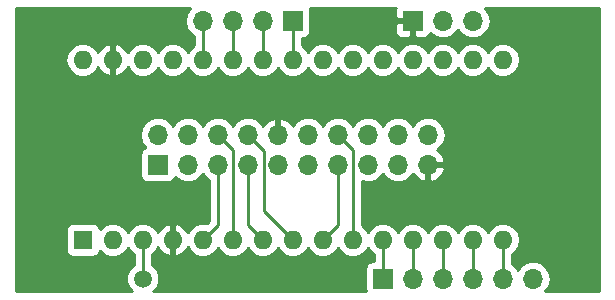
<source format=gbr>
G04 #@! TF.GenerationSoftware,KiCad,Pcbnew,(5.0.2)-1*
G04 #@! TF.CreationDate,2019-02-02T18:03:16-06:00*
G04 #@! TF.ProjectId,CE-Header-Arduino-Nano,43452d48-6561-4646-9572-2d4172647569,1.0*
G04 #@! TF.SameCoordinates,Original*
G04 #@! TF.FileFunction,Copper,L1,Top*
G04 #@! TF.FilePolarity,Positive*
%FSLAX46Y46*%
G04 Gerber Fmt 4.6, Leading zero omitted, Abs format (unit mm)*
G04 Created by KiCad (PCBNEW (5.0.2)-1) date 2/2/2019 6:03:16 PM*
%MOMM*%
%LPD*%
G01*
G04 APERTURE LIST*
G04 #@! TA.AperFunction,ComponentPad*
%ADD10R,1.600000X1.600000*%
G04 #@! TD*
G04 #@! TA.AperFunction,ComponentPad*
%ADD11O,1.600000X1.600000*%
G04 #@! TD*
G04 #@! TA.AperFunction,BGAPad,CuDef*
%ADD12C,1.500000*%
G04 #@! TD*
G04 #@! TA.AperFunction,ComponentPad*
%ADD13R,1.700000X1.700000*%
G04 #@! TD*
G04 #@! TA.AperFunction,ComponentPad*
%ADD14O,1.700000X1.700000*%
G04 #@! TD*
G04 #@! TA.AperFunction,Conductor*
%ADD15C,0.250000*%
G04 #@! TD*
G04 #@! TA.AperFunction,Conductor*
%ADD16C,0.254000*%
G04 #@! TD*
G04 APERTURE END LIST*
D10*
G04 #@! TO.P,A1,1*
G04 #@! TO.N,/GPIO_D1*
X82550000Y-71120000D03*
D11*
G04 #@! TO.P,A1,17*
G04 #@! TO.N,Net-(A1-Pad17)*
X115570000Y-55880000D03*
G04 #@! TO.P,A1,2*
G04 #@! TO.N,/GPIO_D0*
X85090000Y-71120000D03*
G04 #@! TO.P,A1,18*
G04 #@! TO.N,/PWR_IO*
X113030000Y-55880000D03*
G04 #@! TO.P,A1,3*
G04 #@! TO.N,Net-(A1-Pad3)*
X87630000Y-71120000D03*
G04 #@! TO.P,A1,19*
G04 #@! TO.N,/GPIO_A0*
X110490000Y-55880000D03*
G04 #@! TO.P,A1,4*
G04 #@! TO.N,GND*
X90170000Y-71120000D03*
G04 #@! TO.P,A1,20*
G04 #@! TO.N,/GPIO_A1*
X107950000Y-55880000D03*
G04 #@! TO.P,A1,5*
G04 #@! TO.N,/GPIO_D2*
X92710000Y-71120000D03*
G04 #@! TO.P,A1,21*
G04 #@! TO.N,/GPIO_A2*
X105410000Y-55880000D03*
G04 #@! TO.P,A1,6*
G04 #@! TO.N,/GPIO_D3*
X95250000Y-71120000D03*
G04 #@! TO.P,A1,22*
G04 #@! TO.N,/GPIO_A3*
X102870000Y-55880000D03*
G04 #@! TO.P,A1,7*
G04 #@! TO.N,/GPIO_D4*
X97790000Y-71120000D03*
G04 #@! TO.P,A1,23*
G04 #@! TO.N,Net-(A1-Pad23)*
X100330000Y-55880000D03*
G04 #@! TO.P,A1,8*
G04 #@! TO.N,/GPIO_D5*
X100330000Y-71120000D03*
G04 #@! TO.P,A1,24*
G04 #@! TO.N,Net-(A1-Pad24)*
X97790000Y-55880000D03*
G04 #@! TO.P,A1,9*
G04 #@! TO.N,/GPIO_D6*
X102870000Y-71120000D03*
G04 #@! TO.P,A1,25*
G04 #@! TO.N,Net-(A1-Pad25)*
X95250000Y-55880000D03*
G04 #@! TO.P,A1,10*
G04 #@! TO.N,/GPIO_D7*
X105410000Y-71120000D03*
G04 #@! TO.P,A1,26*
G04 #@! TO.N,Net-(A1-Pad26)*
X92710000Y-55880000D03*
G04 #@! TO.P,A1,11*
G04 #@! TO.N,Net-(A1-Pad11)*
X107950000Y-71120000D03*
G04 #@! TO.P,A1,27*
G04 #@! TO.N,Net-(A1-Pad27)*
X90170000Y-55880000D03*
G04 #@! TO.P,A1,12*
G04 #@! TO.N,Net-(A1-Pad12)*
X110490000Y-71120000D03*
G04 #@! TO.P,A1,28*
G04 #@! TO.N,N/C*
X87630000Y-55880000D03*
G04 #@! TO.P,A1,13*
G04 #@! TO.N,Net-(A1-Pad13)*
X113030000Y-71120000D03*
G04 #@! TO.P,A1,29*
G04 #@! TO.N,GND*
X85090000Y-55880000D03*
G04 #@! TO.P,A1,14*
G04 #@! TO.N,Net-(A1-Pad14)*
X115570000Y-71120000D03*
G04 #@! TO.P,A1,30*
G04 #@! TO.N,/PWR_CORE*
X82550000Y-55880000D03*
G04 #@! TO.P,A1,15*
G04 #@! TO.N,Net-(A1-Pad15)*
X118110000Y-71120000D03*
G04 #@! TO.P,A1,16*
G04 #@! TO.N,Net-(A1-Pad16)*
X118110000Y-55880000D03*
G04 #@! TD*
D12*
G04 #@! TO.P,TP3,1*
G04 #@! TO.N,Net-(A1-Pad3)*
X87630000Y-74422000D03*
G04 #@! TD*
D13*
G04 #@! TO.P,J1,1*
G04 #@! TO.N,/PWR_IO*
X88900000Y-64770000D03*
D14*
G04 #@! TO.P,J1,2*
G04 #@! TO.N,N/C*
X88900000Y-62230000D03*
G04 #@! TO.P,J1,3*
G04 #@! TO.N,/GPIO_D0*
X91440000Y-64770000D03*
G04 #@! TO.P,J1,4*
G04 #@! TO.N,/GPIO_D1*
X91440000Y-62230000D03*
G04 #@! TO.P,J1,5*
G04 #@! TO.N,/GPIO_D2*
X93980000Y-64770000D03*
G04 #@! TO.P,J1,6*
G04 #@! TO.N,/GPIO_D3*
X93980000Y-62230000D03*
G04 #@! TO.P,J1,7*
G04 #@! TO.N,/GPIO_D4*
X96520000Y-64770000D03*
G04 #@! TO.P,J1,8*
G04 #@! TO.N,/GPIO_D5*
X96520000Y-62230000D03*
G04 #@! TO.P,J1,9*
G04 #@! TO.N,N/C*
X99060000Y-64770000D03*
G04 #@! TO.P,J1,10*
G04 #@! TO.N,GND*
X99060000Y-62230000D03*
G04 #@! TO.P,J1,11*
G04 #@! TO.N,N/C*
X101600000Y-64770000D03*
G04 #@! TO.P,J1,12*
G04 #@! TO.N,/PWR_CORE*
X101600000Y-62230000D03*
G04 #@! TO.P,J1,13*
G04 #@! TO.N,/GPIO_D6*
X104140000Y-64770000D03*
G04 #@! TO.P,J1,14*
G04 #@! TO.N,/GPIO_D7*
X104140000Y-62230000D03*
G04 #@! TO.P,J1,15*
G04 #@! TO.N,/GPIO_A0*
X106680000Y-64770000D03*
G04 #@! TO.P,J1,16*
G04 #@! TO.N,/GPIO_A1*
X106680000Y-62230000D03*
G04 #@! TO.P,J1,17*
G04 #@! TO.N,/GPIO_A2*
X109220000Y-64770000D03*
G04 #@! TO.P,J1,18*
G04 #@! TO.N,/GPIO_A3*
X109220000Y-62230000D03*
G04 #@! TO.P,J1,19*
G04 #@! TO.N,GND*
X111760000Y-64770000D03*
G04 #@! TO.P,J1,20*
G04 #@! TO.N,N/C*
X111760000Y-62230000D03*
G04 #@! TD*
D13*
G04 #@! TO.P,J2,1*
G04 #@! TO.N,GND*
X110490000Y-52578000D03*
D14*
G04 #@! TO.P,J2,2*
G04 #@! TO.N,Net-(A1-Pad27)*
X113030000Y-52578000D03*
G04 #@! TO.P,J2,3*
G04 #@! TO.N,Net-(A1-Pad17)*
X115570000Y-52578000D03*
G04 #@! TD*
D13*
G04 #@! TO.P,J3,1*
G04 #@! TO.N,Net-(A1-Pad11)*
X107950000Y-74422000D03*
D14*
G04 #@! TO.P,J3,2*
G04 #@! TO.N,Net-(A1-Pad12)*
X110490000Y-74422000D03*
G04 #@! TO.P,J3,3*
G04 #@! TO.N,Net-(A1-Pad13)*
X113030000Y-74422000D03*
G04 #@! TO.P,J3,4*
G04 #@! TO.N,Net-(A1-Pad14)*
X115570000Y-74422000D03*
G04 #@! TO.P,J3,5*
G04 #@! TO.N,Net-(A1-Pad15)*
X118110000Y-74422000D03*
G04 #@! TO.P,J3,6*
G04 #@! TO.N,Net-(A1-Pad16)*
X120650000Y-74422000D03*
G04 #@! TD*
D13*
G04 #@! TO.P,J4,1*
G04 #@! TO.N,Net-(A1-Pad23)*
X100330000Y-52578000D03*
D14*
G04 #@! TO.P,J4,2*
G04 #@! TO.N,Net-(A1-Pad24)*
X97790000Y-52578000D03*
G04 #@! TO.P,J4,3*
G04 #@! TO.N,Net-(A1-Pad25)*
X95250000Y-52578000D03*
G04 #@! TO.P,J4,4*
G04 #@! TO.N,Net-(A1-Pad26)*
X92710000Y-52578000D03*
G04 #@! TD*
D15*
G04 #@! TO.N,Net-(A1-Pad3)*
X87630000Y-71120000D02*
X87630000Y-74422000D01*
G04 #@! TO.N,/GPIO_D2*
X93980000Y-69850000D02*
X92710000Y-71120000D01*
X93980000Y-64770000D02*
X93980000Y-69850000D01*
G04 #@! TO.N,/GPIO_D3*
X95250000Y-63500000D02*
X95250000Y-71120000D01*
X93980000Y-62230000D02*
X95250000Y-63500000D01*
G04 #@! TO.N,/GPIO_D4*
X96520000Y-69850000D02*
X97790000Y-71120000D01*
X96520000Y-64770000D02*
X96520000Y-69850000D01*
G04 #@! TO.N,Net-(A1-Pad23)*
X100330000Y-52578000D02*
X100330000Y-55880000D01*
G04 #@! TO.N,/GPIO_D5*
X99530001Y-70320001D02*
X100330000Y-71120000D01*
X97884999Y-68674999D02*
X99530001Y-70320001D01*
X97884999Y-63594999D02*
X97884999Y-68674999D01*
X96520000Y-62230000D02*
X97884999Y-63594999D01*
G04 #@! TO.N,Net-(A1-Pad24)*
X97790000Y-52578000D02*
X97790000Y-55880000D01*
G04 #@! TO.N,/GPIO_D6*
X104140000Y-69850000D02*
X102870000Y-71120000D01*
X104140000Y-64770000D02*
X104140000Y-69850000D01*
G04 #@! TO.N,Net-(A1-Pad25)*
X95250000Y-52578000D02*
X95250000Y-55880000D01*
G04 #@! TO.N,/GPIO_D7*
X105410000Y-63500000D02*
X105410000Y-71120000D01*
X104140000Y-62230000D02*
X105410000Y-63500000D01*
G04 #@! TO.N,Net-(A1-Pad26)*
X92710000Y-52578000D02*
X92710000Y-55880000D01*
G04 #@! TO.N,Net-(A1-Pad11)*
X107950000Y-72251370D02*
X107950000Y-74422000D01*
X107950000Y-71120000D02*
X107950000Y-72251370D01*
G04 #@! TO.N,Net-(A1-Pad12)*
X110490000Y-72251370D02*
X110490000Y-74422000D01*
X110490000Y-71120000D02*
X110490000Y-72251370D01*
G04 #@! TO.N,Net-(A1-Pad13)*
X113030000Y-72251370D02*
X113030000Y-74422000D01*
X113030000Y-71120000D02*
X113030000Y-72251370D01*
G04 #@! TO.N,Net-(A1-Pad14)*
X115570000Y-72251370D02*
X115570000Y-74422000D01*
X115570000Y-71120000D02*
X115570000Y-72251370D01*
G04 #@! TO.N,Net-(A1-Pad15)*
X118110000Y-72251370D02*
X118110000Y-74422000D01*
X118110000Y-71120000D02*
X118110000Y-72251370D01*
G04 #@! TD*
D16*
G04 #@! TO.N,GND*
G36*
X91311161Y-51998582D02*
X91195908Y-52578000D01*
X91311161Y-53157418D01*
X91639375Y-53648625D01*
X91950000Y-53856178D01*
X91950001Y-54661956D01*
X91675423Y-54845423D01*
X91440000Y-55197758D01*
X91204577Y-54845423D01*
X90729909Y-54528260D01*
X90311333Y-54445000D01*
X90028667Y-54445000D01*
X89610091Y-54528260D01*
X89135423Y-54845423D01*
X88900000Y-55197758D01*
X88664577Y-54845423D01*
X88189909Y-54528260D01*
X87771333Y-54445000D01*
X87488667Y-54445000D01*
X87070091Y-54528260D01*
X86595423Y-54845423D01*
X86339053Y-55229108D01*
X86242389Y-55024866D01*
X85827423Y-54648959D01*
X85439039Y-54488096D01*
X85217000Y-54610085D01*
X85217000Y-55753000D01*
X85237000Y-55753000D01*
X85237000Y-56007000D01*
X85217000Y-56007000D01*
X85217000Y-57149915D01*
X85439039Y-57271904D01*
X85827423Y-57111041D01*
X86242389Y-56735134D01*
X86339053Y-56530892D01*
X86595423Y-56914577D01*
X87070091Y-57231740D01*
X87488667Y-57315000D01*
X87771333Y-57315000D01*
X88189909Y-57231740D01*
X88664577Y-56914577D01*
X88900000Y-56562242D01*
X89135423Y-56914577D01*
X89610091Y-57231740D01*
X90028667Y-57315000D01*
X90311333Y-57315000D01*
X90729909Y-57231740D01*
X91204577Y-56914577D01*
X91440000Y-56562242D01*
X91675423Y-56914577D01*
X92150091Y-57231740D01*
X92568667Y-57315000D01*
X92851333Y-57315000D01*
X93269909Y-57231740D01*
X93744577Y-56914577D01*
X93980000Y-56562242D01*
X94215423Y-56914577D01*
X94690091Y-57231740D01*
X95108667Y-57315000D01*
X95391333Y-57315000D01*
X95809909Y-57231740D01*
X96284577Y-56914577D01*
X96520000Y-56562242D01*
X96755423Y-56914577D01*
X97230091Y-57231740D01*
X97648667Y-57315000D01*
X97931333Y-57315000D01*
X98349909Y-57231740D01*
X98824577Y-56914577D01*
X99060000Y-56562242D01*
X99295423Y-56914577D01*
X99770091Y-57231740D01*
X100188667Y-57315000D01*
X100471333Y-57315000D01*
X100889909Y-57231740D01*
X101364577Y-56914577D01*
X101600000Y-56562242D01*
X101835423Y-56914577D01*
X102310091Y-57231740D01*
X102728667Y-57315000D01*
X103011333Y-57315000D01*
X103429909Y-57231740D01*
X103904577Y-56914577D01*
X104140000Y-56562242D01*
X104375423Y-56914577D01*
X104850091Y-57231740D01*
X105268667Y-57315000D01*
X105551333Y-57315000D01*
X105969909Y-57231740D01*
X106444577Y-56914577D01*
X106680000Y-56562242D01*
X106915423Y-56914577D01*
X107390091Y-57231740D01*
X107808667Y-57315000D01*
X108091333Y-57315000D01*
X108509909Y-57231740D01*
X108984577Y-56914577D01*
X109220000Y-56562242D01*
X109455423Y-56914577D01*
X109930091Y-57231740D01*
X110348667Y-57315000D01*
X110631333Y-57315000D01*
X111049909Y-57231740D01*
X111524577Y-56914577D01*
X111760000Y-56562242D01*
X111995423Y-56914577D01*
X112470091Y-57231740D01*
X112888667Y-57315000D01*
X113171333Y-57315000D01*
X113589909Y-57231740D01*
X114064577Y-56914577D01*
X114300000Y-56562242D01*
X114535423Y-56914577D01*
X115010091Y-57231740D01*
X115428667Y-57315000D01*
X115711333Y-57315000D01*
X116129909Y-57231740D01*
X116604577Y-56914577D01*
X116840000Y-56562242D01*
X117075423Y-56914577D01*
X117550091Y-57231740D01*
X117968667Y-57315000D01*
X118251333Y-57315000D01*
X118669909Y-57231740D01*
X119144577Y-56914577D01*
X119461740Y-56439909D01*
X119573113Y-55880000D01*
X119461740Y-55320091D01*
X119144577Y-54845423D01*
X118669909Y-54528260D01*
X118251333Y-54445000D01*
X117968667Y-54445000D01*
X117550091Y-54528260D01*
X117075423Y-54845423D01*
X116840000Y-55197758D01*
X116604577Y-54845423D01*
X116129909Y-54528260D01*
X115711333Y-54445000D01*
X115428667Y-54445000D01*
X115010091Y-54528260D01*
X114535423Y-54845423D01*
X114300000Y-55197758D01*
X114064577Y-54845423D01*
X113589909Y-54528260D01*
X113171333Y-54445000D01*
X112888667Y-54445000D01*
X112470091Y-54528260D01*
X111995423Y-54845423D01*
X111760000Y-55197758D01*
X111524577Y-54845423D01*
X111049909Y-54528260D01*
X110631333Y-54445000D01*
X110348667Y-54445000D01*
X109930091Y-54528260D01*
X109455423Y-54845423D01*
X109220000Y-55197758D01*
X108984577Y-54845423D01*
X108509909Y-54528260D01*
X108091333Y-54445000D01*
X107808667Y-54445000D01*
X107390091Y-54528260D01*
X106915423Y-54845423D01*
X106680000Y-55197758D01*
X106444577Y-54845423D01*
X105969909Y-54528260D01*
X105551333Y-54445000D01*
X105268667Y-54445000D01*
X104850091Y-54528260D01*
X104375423Y-54845423D01*
X104140000Y-55197758D01*
X103904577Y-54845423D01*
X103429909Y-54528260D01*
X103011333Y-54445000D01*
X102728667Y-54445000D01*
X102310091Y-54528260D01*
X101835423Y-54845423D01*
X101600000Y-55197758D01*
X101364577Y-54845423D01*
X101090000Y-54661957D01*
X101090000Y-54075440D01*
X101180000Y-54075440D01*
X101427765Y-54026157D01*
X101637809Y-53885809D01*
X101778157Y-53675765D01*
X101827440Y-53428000D01*
X101827440Y-52863750D01*
X109005000Y-52863750D01*
X109005000Y-53554309D01*
X109101673Y-53787698D01*
X109280301Y-53966327D01*
X109513690Y-54063000D01*
X110204250Y-54063000D01*
X110363000Y-53904250D01*
X110363000Y-52705000D01*
X109163750Y-52705000D01*
X109005000Y-52863750D01*
X101827440Y-52863750D01*
X101827440Y-51728000D01*
X101784078Y-51510000D01*
X109042980Y-51510000D01*
X109005000Y-51601691D01*
X109005000Y-52292250D01*
X109163750Y-52451000D01*
X110363000Y-52451000D01*
X110363000Y-52431000D01*
X110617000Y-52431000D01*
X110617000Y-52451000D01*
X110637000Y-52451000D01*
X110637000Y-52705000D01*
X110617000Y-52705000D01*
X110617000Y-53904250D01*
X110775750Y-54063000D01*
X111466310Y-54063000D01*
X111699699Y-53966327D01*
X111878327Y-53787698D01*
X111944904Y-53626967D01*
X111959375Y-53648625D01*
X112450582Y-53976839D01*
X112883744Y-54063000D01*
X113176256Y-54063000D01*
X113609418Y-53976839D01*
X114100625Y-53648625D01*
X114300000Y-53350239D01*
X114499375Y-53648625D01*
X114990582Y-53976839D01*
X115423744Y-54063000D01*
X115716256Y-54063000D01*
X116149418Y-53976839D01*
X116640625Y-53648625D01*
X116968839Y-53157418D01*
X117084092Y-52578000D01*
X116968839Y-51998582D01*
X116642379Y-51510000D01*
X126290000Y-51510000D01*
X126290001Y-75490000D01*
X121722379Y-75490000D01*
X122048839Y-75001418D01*
X122164092Y-74422000D01*
X122048839Y-73842582D01*
X121720625Y-73351375D01*
X121229418Y-73023161D01*
X120796256Y-72937000D01*
X120503744Y-72937000D01*
X120070582Y-73023161D01*
X119579375Y-73351375D01*
X119380000Y-73649761D01*
X119180625Y-73351375D01*
X118870000Y-73143822D01*
X118870000Y-72338043D01*
X119144577Y-72154577D01*
X119461740Y-71679909D01*
X119573113Y-71120000D01*
X119461740Y-70560091D01*
X119144577Y-70085423D01*
X118669909Y-69768260D01*
X118251333Y-69685000D01*
X117968667Y-69685000D01*
X117550091Y-69768260D01*
X117075423Y-70085423D01*
X116840000Y-70437758D01*
X116604577Y-70085423D01*
X116129909Y-69768260D01*
X115711333Y-69685000D01*
X115428667Y-69685000D01*
X115010091Y-69768260D01*
X114535423Y-70085423D01*
X114300000Y-70437758D01*
X114064577Y-70085423D01*
X113589909Y-69768260D01*
X113171333Y-69685000D01*
X112888667Y-69685000D01*
X112470091Y-69768260D01*
X111995423Y-70085423D01*
X111760000Y-70437758D01*
X111524577Y-70085423D01*
X111049909Y-69768260D01*
X110631333Y-69685000D01*
X110348667Y-69685000D01*
X109930091Y-69768260D01*
X109455423Y-70085423D01*
X109220000Y-70437758D01*
X108984577Y-70085423D01*
X108509909Y-69768260D01*
X108091333Y-69685000D01*
X107808667Y-69685000D01*
X107390091Y-69768260D01*
X106915423Y-70085423D01*
X106680000Y-70437758D01*
X106444577Y-70085423D01*
X106170000Y-69901957D01*
X106170000Y-66182647D01*
X106533744Y-66255000D01*
X106826256Y-66255000D01*
X107259418Y-66168839D01*
X107750625Y-65840625D01*
X107950000Y-65542239D01*
X108149375Y-65840625D01*
X108640582Y-66168839D01*
X109073744Y-66255000D01*
X109366256Y-66255000D01*
X109799418Y-66168839D01*
X110290625Y-65840625D01*
X110503843Y-65521522D01*
X110564817Y-65651358D01*
X110993076Y-66041645D01*
X111403110Y-66211476D01*
X111633000Y-66090155D01*
X111633000Y-64897000D01*
X111887000Y-64897000D01*
X111887000Y-66090155D01*
X112116890Y-66211476D01*
X112526924Y-66041645D01*
X112955183Y-65651358D01*
X113201486Y-65126892D01*
X113080819Y-64897000D01*
X111887000Y-64897000D01*
X111633000Y-64897000D01*
X111613000Y-64897000D01*
X111613000Y-64643000D01*
X111633000Y-64643000D01*
X111633000Y-64623000D01*
X111887000Y-64623000D01*
X111887000Y-64643000D01*
X113080819Y-64643000D01*
X113201486Y-64413108D01*
X112955183Y-63888642D01*
X112530214Y-63501353D01*
X112830625Y-63300625D01*
X113158839Y-62809418D01*
X113274092Y-62230000D01*
X113158839Y-61650582D01*
X112830625Y-61159375D01*
X112339418Y-60831161D01*
X111906256Y-60745000D01*
X111613744Y-60745000D01*
X111180582Y-60831161D01*
X110689375Y-61159375D01*
X110490000Y-61457761D01*
X110290625Y-61159375D01*
X109799418Y-60831161D01*
X109366256Y-60745000D01*
X109073744Y-60745000D01*
X108640582Y-60831161D01*
X108149375Y-61159375D01*
X107950000Y-61457761D01*
X107750625Y-61159375D01*
X107259418Y-60831161D01*
X106826256Y-60745000D01*
X106533744Y-60745000D01*
X106100582Y-60831161D01*
X105609375Y-61159375D01*
X105410000Y-61457761D01*
X105210625Y-61159375D01*
X104719418Y-60831161D01*
X104286256Y-60745000D01*
X103993744Y-60745000D01*
X103560582Y-60831161D01*
X103069375Y-61159375D01*
X102870000Y-61457761D01*
X102670625Y-61159375D01*
X102179418Y-60831161D01*
X101746256Y-60745000D01*
X101453744Y-60745000D01*
X101020582Y-60831161D01*
X100529375Y-61159375D01*
X100316157Y-61478478D01*
X100255183Y-61348642D01*
X99826924Y-60958355D01*
X99416890Y-60788524D01*
X99187000Y-60909845D01*
X99187000Y-62103000D01*
X99207000Y-62103000D01*
X99207000Y-62357000D01*
X99187000Y-62357000D01*
X99187000Y-62377000D01*
X98933000Y-62377000D01*
X98933000Y-62357000D01*
X98913000Y-62357000D01*
X98913000Y-62103000D01*
X98933000Y-62103000D01*
X98933000Y-60909845D01*
X98703110Y-60788524D01*
X98293076Y-60958355D01*
X97864817Y-61348642D01*
X97803843Y-61478478D01*
X97590625Y-61159375D01*
X97099418Y-60831161D01*
X96666256Y-60745000D01*
X96373744Y-60745000D01*
X95940582Y-60831161D01*
X95449375Y-61159375D01*
X95250000Y-61457761D01*
X95050625Y-61159375D01*
X94559418Y-60831161D01*
X94126256Y-60745000D01*
X93833744Y-60745000D01*
X93400582Y-60831161D01*
X92909375Y-61159375D01*
X92710000Y-61457761D01*
X92510625Y-61159375D01*
X92019418Y-60831161D01*
X91586256Y-60745000D01*
X91293744Y-60745000D01*
X90860582Y-60831161D01*
X90369375Y-61159375D01*
X90170000Y-61457761D01*
X89970625Y-61159375D01*
X89479418Y-60831161D01*
X89046256Y-60745000D01*
X88753744Y-60745000D01*
X88320582Y-60831161D01*
X87829375Y-61159375D01*
X87501161Y-61650582D01*
X87385908Y-62230000D01*
X87501161Y-62809418D01*
X87829375Y-63300625D01*
X87847619Y-63312816D01*
X87802235Y-63321843D01*
X87592191Y-63462191D01*
X87451843Y-63672235D01*
X87402560Y-63920000D01*
X87402560Y-65620000D01*
X87451843Y-65867765D01*
X87592191Y-66077809D01*
X87802235Y-66218157D01*
X88050000Y-66267440D01*
X89750000Y-66267440D01*
X89997765Y-66218157D01*
X90207809Y-66077809D01*
X90348157Y-65867765D01*
X90357184Y-65822381D01*
X90369375Y-65840625D01*
X90860582Y-66168839D01*
X91293744Y-66255000D01*
X91586256Y-66255000D01*
X92019418Y-66168839D01*
X92510625Y-65840625D01*
X92710000Y-65542239D01*
X92909375Y-65840625D01*
X93220000Y-66048178D01*
X93220001Y-69535197D01*
X93033886Y-69721312D01*
X92851333Y-69685000D01*
X92568667Y-69685000D01*
X92150091Y-69768260D01*
X91675423Y-70085423D01*
X91419053Y-70469108D01*
X91322389Y-70264866D01*
X90907423Y-69888959D01*
X90519039Y-69728096D01*
X90297000Y-69850085D01*
X90297000Y-70993000D01*
X90317000Y-70993000D01*
X90317000Y-71247000D01*
X90297000Y-71247000D01*
X90297000Y-72389915D01*
X90519039Y-72511904D01*
X90907423Y-72351041D01*
X91322389Y-71975134D01*
X91419053Y-71770892D01*
X91675423Y-72154577D01*
X92150091Y-72471740D01*
X92568667Y-72555000D01*
X92851333Y-72555000D01*
X93269909Y-72471740D01*
X93744577Y-72154577D01*
X93980000Y-71802242D01*
X94215423Y-72154577D01*
X94690091Y-72471740D01*
X95108667Y-72555000D01*
X95391333Y-72555000D01*
X95809909Y-72471740D01*
X96284577Y-72154577D01*
X96520000Y-71802242D01*
X96755423Y-72154577D01*
X97230091Y-72471740D01*
X97648667Y-72555000D01*
X97931333Y-72555000D01*
X98349909Y-72471740D01*
X98824577Y-72154577D01*
X99060000Y-71802242D01*
X99295423Y-72154577D01*
X99770091Y-72471740D01*
X100188667Y-72555000D01*
X100471333Y-72555000D01*
X100889909Y-72471740D01*
X101364577Y-72154577D01*
X101600000Y-71802242D01*
X101835423Y-72154577D01*
X102310091Y-72471740D01*
X102728667Y-72555000D01*
X103011333Y-72555000D01*
X103429909Y-72471740D01*
X103904577Y-72154577D01*
X104140000Y-71802242D01*
X104375423Y-72154577D01*
X104850091Y-72471740D01*
X105268667Y-72555000D01*
X105551333Y-72555000D01*
X105969909Y-72471740D01*
X106444577Y-72154577D01*
X106680000Y-71802242D01*
X106915423Y-72154577D01*
X107190000Y-72338044D01*
X107190000Y-72924560D01*
X107100000Y-72924560D01*
X106852235Y-72973843D01*
X106642191Y-73114191D01*
X106501843Y-73324235D01*
X106452560Y-73572000D01*
X106452560Y-75272000D01*
X106495922Y-75490000D01*
X88520687Y-75490000D01*
X88804147Y-75206540D01*
X89015000Y-74697494D01*
X89015000Y-74146506D01*
X88804147Y-73637460D01*
X88414540Y-73247853D01*
X88390000Y-73237688D01*
X88390000Y-72338043D01*
X88664577Y-72154577D01*
X88920947Y-71770892D01*
X89017611Y-71975134D01*
X89432577Y-72351041D01*
X89820961Y-72511904D01*
X90043000Y-72389915D01*
X90043000Y-71247000D01*
X90023000Y-71247000D01*
X90023000Y-70993000D01*
X90043000Y-70993000D01*
X90043000Y-69850085D01*
X89820961Y-69728096D01*
X89432577Y-69888959D01*
X89017611Y-70264866D01*
X88920947Y-70469108D01*
X88664577Y-70085423D01*
X88189909Y-69768260D01*
X87771333Y-69685000D01*
X87488667Y-69685000D01*
X87070091Y-69768260D01*
X86595423Y-70085423D01*
X86360000Y-70437758D01*
X86124577Y-70085423D01*
X85649909Y-69768260D01*
X85231333Y-69685000D01*
X84948667Y-69685000D01*
X84530091Y-69768260D01*
X84055423Y-70085423D01*
X83974785Y-70206106D01*
X83948157Y-70072235D01*
X83807809Y-69862191D01*
X83597765Y-69721843D01*
X83350000Y-69672560D01*
X81750000Y-69672560D01*
X81502235Y-69721843D01*
X81292191Y-69862191D01*
X81151843Y-70072235D01*
X81102560Y-70320000D01*
X81102560Y-71920000D01*
X81151843Y-72167765D01*
X81292191Y-72377809D01*
X81502235Y-72518157D01*
X81750000Y-72567440D01*
X83350000Y-72567440D01*
X83597765Y-72518157D01*
X83807809Y-72377809D01*
X83948157Y-72167765D01*
X83974785Y-72033894D01*
X84055423Y-72154577D01*
X84530091Y-72471740D01*
X84948667Y-72555000D01*
X85231333Y-72555000D01*
X85649909Y-72471740D01*
X86124577Y-72154577D01*
X86360000Y-71802242D01*
X86595423Y-72154577D01*
X86870000Y-72338044D01*
X86870001Y-73237688D01*
X86845460Y-73247853D01*
X86455853Y-73637460D01*
X86245000Y-74146506D01*
X86245000Y-74697494D01*
X86455853Y-75206540D01*
X86739313Y-75490000D01*
X76910000Y-75490000D01*
X76910000Y-55880000D01*
X81086887Y-55880000D01*
X81198260Y-56439909D01*
X81515423Y-56914577D01*
X81990091Y-57231740D01*
X82408667Y-57315000D01*
X82691333Y-57315000D01*
X83109909Y-57231740D01*
X83584577Y-56914577D01*
X83840947Y-56530892D01*
X83937611Y-56735134D01*
X84352577Y-57111041D01*
X84740961Y-57271904D01*
X84963000Y-57149915D01*
X84963000Y-56007000D01*
X84943000Y-56007000D01*
X84943000Y-55753000D01*
X84963000Y-55753000D01*
X84963000Y-54610085D01*
X84740961Y-54488096D01*
X84352577Y-54648959D01*
X83937611Y-55024866D01*
X83840947Y-55229108D01*
X83584577Y-54845423D01*
X83109909Y-54528260D01*
X82691333Y-54445000D01*
X82408667Y-54445000D01*
X81990091Y-54528260D01*
X81515423Y-54845423D01*
X81198260Y-55320091D01*
X81086887Y-55880000D01*
X76910000Y-55880000D01*
X76910000Y-51510000D01*
X91637621Y-51510000D01*
X91311161Y-51998582D01*
X91311161Y-51998582D01*
G37*
X91311161Y-51998582D02*
X91195908Y-52578000D01*
X91311161Y-53157418D01*
X91639375Y-53648625D01*
X91950000Y-53856178D01*
X91950001Y-54661956D01*
X91675423Y-54845423D01*
X91440000Y-55197758D01*
X91204577Y-54845423D01*
X90729909Y-54528260D01*
X90311333Y-54445000D01*
X90028667Y-54445000D01*
X89610091Y-54528260D01*
X89135423Y-54845423D01*
X88900000Y-55197758D01*
X88664577Y-54845423D01*
X88189909Y-54528260D01*
X87771333Y-54445000D01*
X87488667Y-54445000D01*
X87070091Y-54528260D01*
X86595423Y-54845423D01*
X86339053Y-55229108D01*
X86242389Y-55024866D01*
X85827423Y-54648959D01*
X85439039Y-54488096D01*
X85217000Y-54610085D01*
X85217000Y-55753000D01*
X85237000Y-55753000D01*
X85237000Y-56007000D01*
X85217000Y-56007000D01*
X85217000Y-57149915D01*
X85439039Y-57271904D01*
X85827423Y-57111041D01*
X86242389Y-56735134D01*
X86339053Y-56530892D01*
X86595423Y-56914577D01*
X87070091Y-57231740D01*
X87488667Y-57315000D01*
X87771333Y-57315000D01*
X88189909Y-57231740D01*
X88664577Y-56914577D01*
X88900000Y-56562242D01*
X89135423Y-56914577D01*
X89610091Y-57231740D01*
X90028667Y-57315000D01*
X90311333Y-57315000D01*
X90729909Y-57231740D01*
X91204577Y-56914577D01*
X91440000Y-56562242D01*
X91675423Y-56914577D01*
X92150091Y-57231740D01*
X92568667Y-57315000D01*
X92851333Y-57315000D01*
X93269909Y-57231740D01*
X93744577Y-56914577D01*
X93980000Y-56562242D01*
X94215423Y-56914577D01*
X94690091Y-57231740D01*
X95108667Y-57315000D01*
X95391333Y-57315000D01*
X95809909Y-57231740D01*
X96284577Y-56914577D01*
X96520000Y-56562242D01*
X96755423Y-56914577D01*
X97230091Y-57231740D01*
X97648667Y-57315000D01*
X97931333Y-57315000D01*
X98349909Y-57231740D01*
X98824577Y-56914577D01*
X99060000Y-56562242D01*
X99295423Y-56914577D01*
X99770091Y-57231740D01*
X100188667Y-57315000D01*
X100471333Y-57315000D01*
X100889909Y-57231740D01*
X101364577Y-56914577D01*
X101600000Y-56562242D01*
X101835423Y-56914577D01*
X102310091Y-57231740D01*
X102728667Y-57315000D01*
X103011333Y-57315000D01*
X103429909Y-57231740D01*
X103904577Y-56914577D01*
X104140000Y-56562242D01*
X104375423Y-56914577D01*
X104850091Y-57231740D01*
X105268667Y-57315000D01*
X105551333Y-57315000D01*
X105969909Y-57231740D01*
X106444577Y-56914577D01*
X106680000Y-56562242D01*
X106915423Y-56914577D01*
X107390091Y-57231740D01*
X107808667Y-57315000D01*
X108091333Y-57315000D01*
X108509909Y-57231740D01*
X108984577Y-56914577D01*
X109220000Y-56562242D01*
X109455423Y-56914577D01*
X109930091Y-57231740D01*
X110348667Y-57315000D01*
X110631333Y-57315000D01*
X111049909Y-57231740D01*
X111524577Y-56914577D01*
X111760000Y-56562242D01*
X111995423Y-56914577D01*
X112470091Y-57231740D01*
X112888667Y-57315000D01*
X113171333Y-57315000D01*
X113589909Y-57231740D01*
X114064577Y-56914577D01*
X114300000Y-56562242D01*
X114535423Y-56914577D01*
X115010091Y-57231740D01*
X115428667Y-57315000D01*
X115711333Y-57315000D01*
X116129909Y-57231740D01*
X116604577Y-56914577D01*
X116840000Y-56562242D01*
X117075423Y-56914577D01*
X117550091Y-57231740D01*
X117968667Y-57315000D01*
X118251333Y-57315000D01*
X118669909Y-57231740D01*
X119144577Y-56914577D01*
X119461740Y-56439909D01*
X119573113Y-55880000D01*
X119461740Y-55320091D01*
X119144577Y-54845423D01*
X118669909Y-54528260D01*
X118251333Y-54445000D01*
X117968667Y-54445000D01*
X117550091Y-54528260D01*
X117075423Y-54845423D01*
X116840000Y-55197758D01*
X116604577Y-54845423D01*
X116129909Y-54528260D01*
X115711333Y-54445000D01*
X115428667Y-54445000D01*
X115010091Y-54528260D01*
X114535423Y-54845423D01*
X114300000Y-55197758D01*
X114064577Y-54845423D01*
X113589909Y-54528260D01*
X113171333Y-54445000D01*
X112888667Y-54445000D01*
X112470091Y-54528260D01*
X111995423Y-54845423D01*
X111760000Y-55197758D01*
X111524577Y-54845423D01*
X111049909Y-54528260D01*
X110631333Y-54445000D01*
X110348667Y-54445000D01*
X109930091Y-54528260D01*
X109455423Y-54845423D01*
X109220000Y-55197758D01*
X108984577Y-54845423D01*
X108509909Y-54528260D01*
X108091333Y-54445000D01*
X107808667Y-54445000D01*
X107390091Y-54528260D01*
X106915423Y-54845423D01*
X106680000Y-55197758D01*
X106444577Y-54845423D01*
X105969909Y-54528260D01*
X105551333Y-54445000D01*
X105268667Y-54445000D01*
X104850091Y-54528260D01*
X104375423Y-54845423D01*
X104140000Y-55197758D01*
X103904577Y-54845423D01*
X103429909Y-54528260D01*
X103011333Y-54445000D01*
X102728667Y-54445000D01*
X102310091Y-54528260D01*
X101835423Y-54845423D01*
X101600000Y-55197758D01*
X101364577Y-54845423D01*
X101090000Y-54661957D01*
X101090000Y-54075440D01*
X101180000Y-54075440D01*
X101427765Y-54026157D01*
X101637809Y-53885809D01*
X101778157Y-53675765D01*
X101827440Y-53428000D01*
X101827440Y-52863750D01*
X109005000Y-52863750D01*
X109005000Y-53554309D01*
X109101673Y-53787698D01*
X109280301Y-53966327D01*
X109513690Y-54063000D01*
X110204250Y-54063000D01*
X110363000Y-53904250D01*
X110363000Y-52705000D01*
X109163750Y-52705000D01*
X109005000Y-52863750D01*
X101827440Y-52863750D01*
X101827440Y-51728000D01*
X101784078Y-51510000D01*
X109042980Y-51510000D01*
X109005000Y-51601691D01*
X109005000Y-52292250D01*
X109163750Y-52451000D01*
X110363000Y-52451000D01*
X110363000Y-52431000D01*
X110617000Y-52431000D01*
X110617000Y-52451000D01*
X110637000Y-52451000D01*
X110637000Y-52705000D01*
X110617000Y-52705000D01*
X110617000Y-53904250D01*
X110775750Y-54063000D01*
X111466310Y-54063000D01*
X111699699Y-53966327D01*
X111878327Y-53787698D01*
X111944904Y-53626967D01*
X111959375Y-53648625D01*
X112450582Y-53976839D01*
X112883744Y-54063000D01*
X113176256Y-54063000D01*
X113609418Y-53976839D01*
X114100625Y-53648625D01*
X114300000Y-53350239D01*
X114499375Y-53648625D01*
X114990582Y-53976839D01*
X115423744Y-54063000D01*
X115716256Y-54063000D01*
X116149418Y-53976839D01*
X116640625Y-53648625D01*
X116968839Y-53157418D01*
X117084092Y-52578000D01*
X116968839Y-51998582D01*
X116642379Y-51510000D01*
X126290000Y-51510000D01*
X126290001Y-75490000D01*
X121722379Y-75490000D01*
X122048839Y-75001418D01*
X122164092Y-74422000D01*
X122048839Y-73842582D01*
X121720625Y-73351375D01*
X121229418Y-73023161D01*
X120796256Y-72937000D01*
X120503744Y-72937000D01*
X120070582Y-73023161D01*
X119579375Y-73351375D01*
X119380000Y-73649761D01*
X119180625Y-73351375D01*
X118870000Y-73143822D01*
X118870000Y-72338043D01*
X119144577Y-72154577D01*
X119461740Y-71679909D01*
X119573113Y-71120000D01*
X119461740Y-70560091D01*
X119144577Y-70085423D01*
X118669909Y-69768260D01*
X118251333Y-69685000D01*
X117968667Y-69685000D01*
X117550091Y-69768260D01*
X117075423Y-70085423D01*
X116840000Y-70437758D01*
X116604577Y-70085423D01*
X116129909Y-69768260D01*
X115711333Y-69685000D01*
X115428667Y-69685000D01*
X115010091Y-69768260D01*
X114535423Y-70085423D01*
X114300000Y-70437758D01*
X114064577Y-70085423D01*
X113589909Y-69768260D01*
X113171333Y-69685000D01*
X112888667Y-69685000D01*
X112470091Y-69768260D01*
X111995423Y-70085423D01*
X111760000Y-70437758D01*
X111524577Y-70085423D01*
X111049909Y-69768260D01*
X110631333Y-69685000D01*
X110348667Y-69685000D01*
X109930091Y-69768260D01*
X109455423Y-70085423D01*
X109220000Y-70437758D01*
X108984577Y-70085423D01*
X108509909Y-69768260D01*
X108091333Y-69685000D01*
X107808667Y-69685000D01*
X107390091Y-69768260D01*
X106915423Y-70085423D01*
X106680000Y-70437758D01*
X106444577Y-70085423D01*
X106170000Y-69901957D01*
X106170000Y-66182647D01*
X106533744Y-66255000D01*
X106826256Y-66255000D01*
X107259418Y-66168839D01*
X107750625Y-65840625D01*
X107950000Y-65542239D01*
X108149375Y-65840625D01*
X108640582Y-66168839D01*
X109073744Y-66255000D01*
X109366256Y-66255000D01*
X109799418Y-66168839D01*
X110290625Y-65840625D01*
X110503843Y-65521522D01*
X110564817Y-65651358D01*
X110993076Y-66041645D01*
X111403110Y-66211476D01*
X111633000Y-66090155D01*
X111633000Y-64897000D01*
X111887000Y-64897000D01*
X111887000Y-66090155D01*
X112116890Y-66211476D01*
X112526924Y-66041645D01*
X112955183Y-65651358D01*
X113201486Y-65126892D01*
X113080819Y-64897000D01*
X111887000Y-64897000D01*
X111633000Y-64897000D01*
X111613000Y-64897000D01*
X111613000Y-64643000D01*
X111633000Y-64643000D01*
X111633000Y-64623000D01*
X111887000Y-64623000D01*
X111887000Y-64643000D01*
X113080819Y-64643000D01*
X113201486Y-64413108D01*
X112955183Y-63888642D01*
X112530214Y-63501353D01*
X112830625Y-63300625D01*
X113158839Y-62809418D01*
X113274092Y-62230000D01*
X113158839Y-61650582D01*
X112830625Y-61159375D01*
X112339418Y-60831161D01*
X111906256Y-60745000D01*
X111613744Y-60745000D01*
X111180582Y-60831161D01*
X110689375Y-61159375D01*
X110490000Y-61457761D01*
X110290625Y-61159375D01*
X109799418Y-60831161D01*
X109366256Y-60745000D01*
X109073744Y-60745000D01*
X108640582Y-60831161D01*
X108149375Y-61159375D01*
X107950000Y-61457761D01*
X107750625Y-61159375D01*
X107259418Y-60831161D01*
X106826256Y-60745000D01*
X106533744Y-60745000D01*
X106100582Y-60831161D01*
X105609375Y-61159375D01*
X105410000Y-61457761D01*
X105210625Y-61159375D01*
X104719418Y-60831161D01*
X104286256Y-60745000D01*
X103993744Y-60745000D01*
X103560582Y-60831161D01*
X103069375Y-61159375D01*
X102870000Y-61457761D01*
X102670625Y-61159375D01*
X102179418Y-60831161D01*
X101746256Y-60745000D01*
X101453744Y-60745000D01*
X101020582Y-60831161D01*
X100529375Y-61159375D01*
X100316157Y-61478478D01*
X100255183Y-61348642D01*
X99826924Y-60958355D01*
X99416890Y-60788524D01*
X99187000Y-60909845D01*
X99187000Y-62103000D01*
X99207000Y-62103000D01*
X99207000Y-62357000D01*
X99187000Y-62357000D01*
X99187000Y-62377000D01*
X98933000Y-62377000D01*
X98933000Y-62357000D01*
X98913000Y-62357000D01*
X98913000Y-62103000D01*
X98933000Y-62103000D01*
X98933000Y-60909845D01*
X98703110Y-60788524D01*
X98293076Y-60958355D01*
X97864817Y-61348642D01*
X97803843Y-61478478D01*
X97590625Y-61159375D01*
X97099418Y-60831161D01*
X96666256Y-60745000D01*
X96373744Y-60745000D01*
X95940582Y-60831161D01*
X95449375Y-61159375D01*
X95250000Y-61457761D01*
X95050625Y-61159375D01*
X94559418Y-60831161D01*
X94126256Y-60745000D01*
X93833744Y-60745000D01*
X93400582Y-60831161D01*
X92909375Y-61159375D01*
X92710000Y-61457761D01*
X92510625Y-61159375D01*
X92019418Y-60831161D01*
X91586256Y-60745000D01*
X91293744Y-60745000D01*
X90860582Y-60831161D01*
X90369375Y-61159375D01*
X90170000Y-61457761D01*
X89970625Y-61159375D01*
X89479418Y-60831161D01*
X89046256Y-60745000D01*
X88753744Y-60745000D01*
X88320582Y-60831161D01*
X87829375Y-61159375D01*
X87501161Y-61650582D01*
X87385908Y-62230000D01*
X87501161Y-62809418D01*
X87829375Y-63300625D01*
X87847619Y-63312816D01*
X87802235Y-63321843D01*
X87592191Y-63462191D01*
X87451843Y-63672235D01*
X87402560Y-63920000D01*
X87402560Y-65620000D01*
X87451843Y-65867765D01*
X87592191Y-66077809D01*
X87802235Y-66218157D01*
X88050000Y-66267440D01*
X89750000Y-66267440D01*
X89997765Y-66218157D01*
X90207809Y-66077809D01*
X90348157Y-65867765D01*
X90357184Y-65822381D01*
X90369375Y-65840625D01*
X90860582Y-66168839D01*
X91293744Y-66255000D01*
X91586256Y-66255000D01*
X92019418Y-66168839D01*
X92510625Y-65840625D01*
X92710000Y-65542239D01*
X92909375Y-65840625D01*
X93220000Y-66048178D01*
X93220001Y-69535197D01*
X93033886Y-69721312D01*
X92851333Y-69685000D01*
X92568667Y-69685000D01*
X92150091Y-69768260D01*
X91675423Y-70085423D01*
X91419053Y-70469108D01*
X91322389Y-70264866D01*
X90907423Y-69888959D01*
X90519039Y-69728096D01*
X90297000Y-69850085D01*
X90297000Y-70993000D01*
X90317000Y-70993000D01*
X90317000Y-71247000D01*
X90297000Y-71247000D01*
X90297000Y-72389915D01*
X90519039Y-72511904D01*
X90907423Y-72351041D01*
X91322389Y-71975134D01*
X91419053Y-71770892D01*
X91675423Y-72154577D01*
X92150091Y-72471740D01*
X92568667Y-72555000D01*
X92851333Y-72555000D01*
X93269909Y-72471740D01*
X93744577Y-72154577D01*
X93980000Y-71802242D01*
X94215423Y-72154577D01*
X94690091Y-72471740D01*
X95108667Y-72555000D01*
X95391333Y-72555000D01*
X95809909Y-72471740D01*
X96284577Y-72154577D01*
X96520000Y-71802242D01*
X96755423Y-72154577D01*
X97230091Y-72471740D01*
X97648667Y-72555000D01*
X97931333Y-72555000D01*
X98349909Y-72471740D01*
X98824577Y-72154577D01*
X99060000Y-71802242D01*
X99295423Y-72154577D01*
X99770091Y-72471740D01*
X100188667Y-72555000D01*
X100471333Y-72555000D01*
X100889909Y-72471740D01*
X101364577Y-72154577D01*
X101600000Y-71802242D01*
X101835423Y-72154577D01*
X102310091Y-72471740D01*
X102728667Y-72555000D01*
X103011333Y-72555000D01*
X103429909Y-72471740D01*
X103904577Y-72154577D01*
X104140000Y-71802242D01*
X104375423Y-72154577D01*
X104850091Y-72471740D01*
X105268667Y-72555000D01*
X105551333Y-72555000D01*
X105969909Y-72471740D01*
X106444577Y-72154577D01*
X106680000Y-71802242D01*
X106915423Y-72154577D01*
X107190000Y-72338044D01*
X107190000Y-72924560D01*
X107100000Y-72924560D01*
X106852235Y-72973843D01*
X106642191Y-73114191D01*
X106501843Y-73324235D01*
X106452560Y-73572000D01*
X106452560Y-75272000D01*
X106495922Y-75490000D01*
X88520687Y-75490000D01*
X88804147Y-75206540D01*
X89015000Y-74697494D01*
X89015000Y-74146506D01*
X88804147Y-73637460D01*
X88414540Y-73247853D01*
X88390000Y-73237688D01*
X88390000Y-72338043D01*
X88664577Y-72154577D01*
X88920947Y-71770892D01*
X89017611Y-71975134D01*
X89432577Y-72351041D01*
X89820961Y-72511904D01*
X90043000Y-72389915D01*
X90043000Y-71247000D01*
X90023000Y-71247000D01*
X90023000Y-70993000D01*
X90043000Y-70993000D01*
X90043000Y-69850085D01*
X89820961Y-69728096D01*
X89432577Y-69888959D01*
X89017611Y-70264866D01*
X88920947Y-70469108D01*
X88664577Y-70085423D01*
X88189909Y-69768260D01*
X87771333Y-69685000D01*
X87488667Y-69685000D01*
X87070091Y-69768260D01*
X86595423Y-70085423D01*
X86360000Y-70437758D01*
X86124577Y-70085423D01*
X85649909Y-69768260D01*
X85231333Y-69685000D01*
X84948667Y-69685000D01*
X84530091Y-69768260D01*
X84055423Y-70085423D01*
X83974785Y-70206106D01*
X83948157Y-70072235D01*
X83807809Y-69862191D01*
X83597765Y-69721843D01*
X83350000Y-69672560D01*
X81750000Y-69672560D01*
X81502235Y-69721843D01*
X81292191Y-69862191D01*
X81151843Y-70072235D01*
X81102560Y-70320000D01*
X81102560Y-71920000D01*
X81151843Y-72167765D01*
X81292191Y-72377809D01*
X81502235Y-72518157D01*
X81750000Y-72567440D01*
X83350000Y-72567440D01*
X83597765Y-72518157D01*
X83807809Y-72377809D01*
X83948157Y-72167765D01*
X83974785Y-72033894D01*
X84055423Y-72154577D01*
X84530091Y-72471740D01*
X84948667Y-72555000D01*
X85231333Y-72555000D01*
X85649909Y-72471740D01*
X86124577Y-72154577D01*
X86360000Y-71802242D01*
X86595423Y-72154577D01*
X86870000Y-72338044D01*
X86870001Y-73237688D01*
X86845460Y-73247853D01*
X86455853Y-73637460D01*
X86245000Y-74146506D01*
X86245000Y-74697494D01*
X86455853Y-75206540D01*
X86739313Y-75490000D01*
X76910000Y-75490000D01*
X76910000Y-55880000D01*
X81086887Y-55880000D01*
X81198260Y-56439909D01*
X81515423Y-56914577D01*
X81990091Y-57231740D01*
X82408667Y-57315000D01*
X82691333Y-57315000D01*
X83109909Y-57231740D01*
X83584577Y-56914577D01*
X83840947Y-56530892D01*
X83937611Y-56735134D01*
X84352577Y-57111041D01*
X84740961Y-57271904D01*
X84963000Y-57149915D01*
X84963000Y-56007000D01*
X84943000Y-56007000D01*
X84943000Y-55753000D01*
X84963000Y-55753000D01*
X84963000Y-54610085D01*
X84740961Y-54488096D01*
X84352577Y-54648959D01*
X83937611Y-55024866D01*
X83840947Y-55229108D01*
X83584577Y-54845423D01*
X83109909Y-54528260D01*
X82691333Y-54445000D01*
X82408667Y-54445000D01*
X81990091Y-54528260D01*
X81515423Y-54845423D01*
X81198260Y-55320091D01*
X81086887Y-55880000D01*
X76910000Y-55880000D01*
X76910000Y-51510000D01*
X91637621Y-51510000D01*
X91311161Y-51998582D01*
G04 #@! TD*
M02*

</source>
